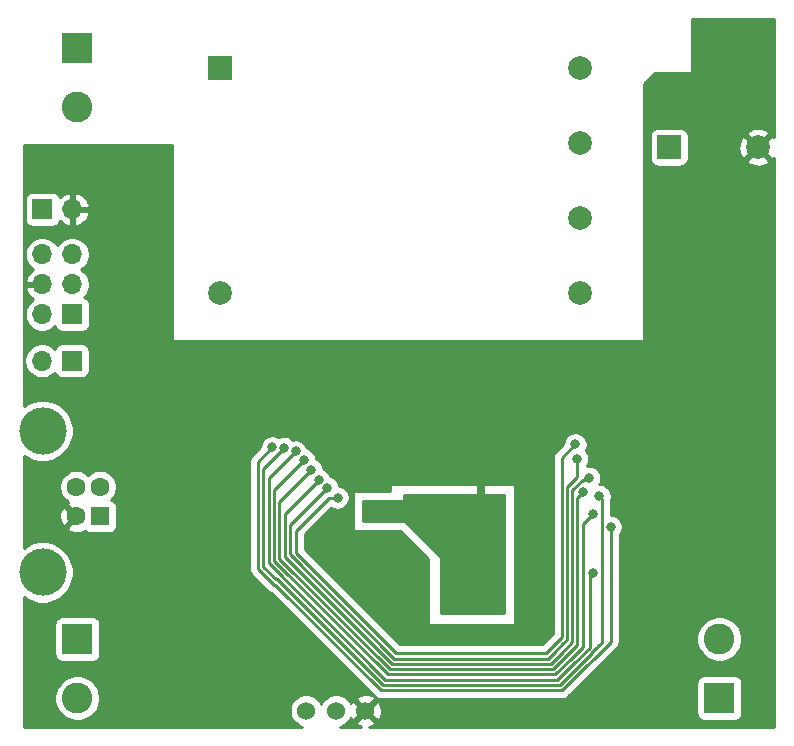
<source format=gbr>
%TF.GenerationSoftware,KiCad,Pcbnew,5.1.12-84ad8e8a86~92~ubuntu20.04.1*%
%TF.CreationDate,2021-12-25T03:04:52-06:00*%
%TF.ProjectId,Solder_Reflow_Oven_2.0,536f6c64-6572-45f5-9265-666c6f775f4f,rev?*%
%TF.SameCoordinates,Original*%
%TF.FileFunction,Copper,L2,Bot*%
%TF.FilePolarity,Positive*%
%FSLAX46Y46*%
G04 Gerber Fmt 4.6, Leading zero omitted, Abs format (unit mm)*
G04 Created by KiCad (PCBNEW 5.1.12-84ad8e8a86~92~ubuntu20.04.1) date 2021-12-25 03:04:52*
%MOMM*%
%LPD*%
G01*
G04 APERTURE LIST*
%TA.AperFunction,ComponentPad*%
%ADD10R,1.700000X1.700000*%
%TD*%
%TA.AperFunction,ComponentPad*%
%ADD11O,1.700000X1.700000*%
%TD*%
%TA.AperFunction,ComponentPad*%
%ADD12R,1.600000X1.600000*%
%TD*%
%TA.AperFunction,ComponentPad*%
%ADD13C,1.600000*%
%TD*%
%TA.AperFunction,ComponentPad*%
%ADD14C,4.000000*%
%TD*%
%TA.AperFunction,ComponentPad*%
%ADD15C,2.600000*%
%TD*%
%TA.AperFunction,ComponentPad*%
%ADD16R,2.600000X2.600000*%
%TD*%
%TA.AperFunction,ComponentPad*%
%ADD17R,2.000000X2.000000*%
%TD*%
%TA.AperFunction,ComponentPad*%
%ADD18C,2.000000*%
%TD*%
%TA.AperFunction,ComponentPad*%
%ADD19C,1.524000*%
%TD*%
%TA.AperFunction,ViaPad*%
%ADD20C,0.800000*%
%TD*%
%TA.AperFunction,Conductor*%
%ADD21C,0.250000*%
%TD*%
%TA.AperFunction,Conductor*%
%ADD22C,0.254000*%
%TD*%
%TA.AperFunction,Conductor*%
%ADD23C,0.100000*%
%TD*%
G04 APERTURE END LIST*
D10*
%TO.P,J8,1*%
%TO.N,USART1_TX*%
X44132500Y-103212900D03*
D11*
%TO.P,J8,2*%
%TO.N,USART1_RX*%
X41592500Y-103212900D03*
%TD*%
D12*
%TO.P,J2,1*%
%TO.N,VDD_5*%
X46494700Y-116382800D03*
D13*
%TO.P,J2,2*%
%TO.N,USB_CONN-*%
X46494700Y-113882800D03*
%TO.P,J2,3*%
%TO.N,USB_CONN+*%
X44494700Y-113882800D03*
%TO.P,J2,4*%
%TO.N,VSS*%
X44494700Y-116382800D03*
D14*
%TO.P,J2,5*%
%TO.N,Net-(J2-Pad5)*%
X41634700Y-109132800D03*
X41634700Y-121132800D03*
%TD*%
D15*
%TO.P,J1,2*%
%TO.N,VDD_10*%
X98933000Y-126762500D03*
D16*
%TO.P,J1,1*%
%TO.N,Net-(J1-Pad1)*%
X98933000Y-131762500D03*
%TD*%
%TO.P,J3,1*%
%TO.N,/T-*%
X44577000Y-126784100D03*
D15*
%TO.P,J3,2*%
%TO.N,/T+*%
X44577000Y-131784100D03*
%TD*%
D16*
%TO.P,J6,1*%
%TO.N,Net-(J6-Pad1)*%
X44538900Y-76720700D03*
D15*
%TO.P,J6,2*%
%TO.N,Net-(J6-Pad2)*%
X44538900Y-81720700D03*
%TD*%
D17*
%TO.P,U6,1*%
%TO.N,Net-(J6-Pad1)*%
X56654700Y-78460600D03*
D18*
%TO.P,U6,4*%
%TO.N,Net-(J6-Pad2)*%
X56654700Y-97510600D03*
%TO.P,U6,5*%
%TO.N,Net-(U5-Pad3)*%
X87134700Y-78460600D03*
%TO.P,U6,6*%
%TO.N,Net-(U5-Pad4)*%
X87134700Y-84810600D03*
%TO.P,U6,7*%
%TO.N,Net-(U6-Pad7)*%
X87134700Y-91160600D03*
%TO.P,U6,8*%
%TO.N,Net-(U6-Pad8)*%
X87134700Y-97510600D03*
%TD*%
D19*
%TO.P,U7,1*%
%TO.N,VDD_3.3*%
X63944500Y-132842000D03*
%TO.P,U7,2*%
%TO.N,Net-(D2-Pad2)*%
X66484500Y-132842000D03*
%TO.P,U7,3*%
%TO.N,VSS*%
X68961000Y-132842000D03*
%TD*%
D10*
%TO.P,J4,1*%
%TO.N,SPI1_MISO*%
X44145200Y-99288600D03*
D11*
%TO.P,J4,2*%
%TO.N,SPI1_MOSI*%
X41605200Y-99288600D03*
%TO.P,J4,3*%
%TO.N,SPI1_SCK*%
X44145200Y-96748600D03*
%TO.P,J4,4*%
%TO.N,VSS*%
X41605200Y-96748600D03*
%TO.P,J4,5*%
%TO.N,SPI_NSS*%
X44145200Y-94208600D03*
%TO.P,J4,6*%
%TO.N,VDD_3.3*%
X41605200Y-94208600D03*
%TD*%
D17*
%TO.P,C10,1*%
%TO.N,Net-(C10-Pad1)*%
X94691200Y-85140800D03*
D18*
%TO.P,C10,2*%
%TO.N,VSS*%
X102191200Y-85140800D03*
%TD*%
D10*
%TO.P,J5,1*%
%TO.N,VDD_3.3*%
X41630600Y-90385900D03*
D11*
%TO.P,J5,2*%
%TO.N,VSS*%
X44170600Y-90385900D03*
%TD*%
D20*
%TO.N,VSS*%
X98552000Y-75184000D03*
X93218000Y-119570500D03*
X93218000Y-118173500D03*
X93281500Y-116713000D03*
X93281500Y-115316000D03*
X54546500Y-116522500D03*
X55943500Y-116522500D03*
X58356500Y-130365500D03*
X64452500Y-106553000D03*
X64452500Y-104394000D03*
X73088500Y-111887000D03*
X79883000Y-115697000D03*
X76073000Y-123507500D03*
X76390500Y-113093500D03*
X76644500Y-110617000D03*
X83502500Y-106045000D03*
X83502500Y-111125000D03*
X70421500Y-104394000D03*
X70421500Y-106489500D03*
X69659500Y-124142500D03*
X71818500Y-124142500D03*
X51752500Y-113220500D03*
X49403000Y-119380000D03*
X64401700Y-126822200D03*
X71767700Y-126085600D03*
X76631800Y-132689600D03*
X97751900Y-95808800D03*
X94145100Y-100761800D03*
X87020400Y-104597200D03*
X93205300Y-111101000D03*
X93103700Y-113068100D03*
X93179900Y-120561100D03*
X93230700Y-121373900D03*
X102768400Y-110172500D03*
X46685200Y-96748600D03*
%TO.N,LEDA*%
X66611500Y-114808000D03*
X86741000Y-110299500D03*
%TO.N,LEDK*%
X65722500Y-113982500D03*
X86868000Y-111506000D03*
%TO.N,DC*%
X62103000Y-110617000D03*
X88773000Y-114681000D03*
%TO.N,TE*%
X63064526Y-110891721D03*
X88265000Y-121158000D03*
%TO.N,~RES*%
X65015392Y-113275392D03*
X87883290Y-113128006D03*
%TO.N,~CS*%
X64389000Y-112458500D03*
X87407795Y-114331795D03*
%TO.N,RS*%
X63754000Y-111633000D03*
X88201500Y-116205000D03*
%TO.N,SDA*%
X61087000Y-110553500D03*
X89725500Y-117284500D03*
%TD*%
D21*
%TO.N,LEDA*%
X71592802Y-127977430D02*
X84238160Y-127977430D01*
X63119000Y-119503628D02*
X71592802Y-127977430D01*
X63119000Y-117602000D02*
X63119000Y-119503628D01*
X65913000Y-114808000D02*
X63119000Y-117602000D01*
X66611500Y-114808000D02*
X65913000Y-114808000D01*
X84238160Y-127977430D02*
X84676545Y-127539045D01*
X85575960Y-111464540D02*
X86741000Y-110299500D01*
X85575960Y-126639630D02*
X85575960Y-111464540D01*
X84676545Y-127539045D02*
X85575960Y-126639630D01*
%TO.N,LEDK*%
X71406402Y-128427440D02*
X84424560Y-128427440D01*
X62580560Y-119601598D02*
X71406402Y-128427440D01*
X62580560Y-117124440D02*
X62580560Y-119601598D01*
X65722500Y-113982500D02*
X62580560Y-117124440D01*
X84899500Y-127952500D02*
X85725000Y-127127000D01*
X84424560Y-128427440D02*
X84899500Y-127952500D01*
X85725000Y-127127000D02*
X86025970Y-126826030D01*
X86868000Y-113070294D02*
X86868000Y-111506000D01*
X86025970Y-113912324D02*
X86868000Y-113070294D01*
X86025970Y-126826030D02*
X86025970Y-113912324D01*
%TO.N,DC*%
X70474402Y-130677490D02*
X85411600Y-130677490D01*
X61400400Y-121723990D02*
X61520903Y-121723991D01*
X61520903Y-121723991D02*
X70474402Y-130677490D01*
X60330510Y-120654100D02*
X61400400Y-121723990D01*
X60330510Y-112389490D02*
X60330510Y-120654100D01*
X62103000Y-110617000D02*
X60330510Y-112389490D01*
X88101002Y-127988088D02*
X88518295Y-127570795D01*
X87946795Y-128142295D02*
X88101002Y-127988088D01*
X85411600Y-130677490D02*
X87946795Y-128142295D01*
X88772295Y-127316795D02*
X87946795Y-128142295D01*
X89000499Y-127088591D02*
X88772295Y-127316795D01*
X89000499Y-114908499D02*
X89000499Y-127088591D01*
X88773000Y-114681000D02*
X89000499Y-114908499D01*
%TO.N,TE*%
X63064526Y-110891721D02*
X60780520Y-113175727D01*
X60780520Y-113175727D02*
X60780520Y-120347198D01*
X60780520Y-120347198D02*
X70660802Y-130227480D01*
X70660802Y-130227480D02*
X85225200Y-130227480D01*
X86644340Y-128808340D02*
X87947500Y-127505180D01*
X85225200Y-130227480D02*
X86644340Y-128808340D01*
X87947500Y-121475500D02*
X88265000Y-121158000D01*
X87947500Y-127505180D02*
X87947500Y-121475500D01*
%TO.N,~RES*%
X71220002Y-128877450D02*
X84666000Y-128877450D01*
X62130550Y-119787998D02*
X71220002Y-128877450D01*
X62130550Y-116160234D02*
X62130550Y-119787998D01*
X65015392Y-113275392D02*
X62130550Y-116160234D01*
X84666000Y-128877450D02*
X85530975Y-128012475D01*
X86475980Y-127067470D02*
X86475980Y-114190608D01*
X87355500Y-113311088D02*
X87404970Y-113311088D01*
X85530975Y-128012475D02*
X86475980Y-127067470D01*
X86475980Y-114190608D02*
X87355500Y-113311088D01*
X87700208Y-113311088D02*
X87883290Y-113128006D01*
X87355500Y-113311088D02*
X87700208Y-113311088D01*
%TO.N,~CS*%
X71033602Y-129327460D02*
X84852400Y-129327460D01*
X61680540Y-119974398D02*
X71033602Y-129327460D01*
X61680540Y-115166960D02*
X61680540Y-119974398D01*
X64389000Y-112458500D02*
X61680540Y-115166960D01*
X85944430Y-128235430D02*
X86925990Y-127253870D01*
X84852400Y-129327460D02*
X85944430Y-128235430D01*
X86925990Y-127253870D02*
X86925990Y-114813600D01*
X86925990Y-114813600D02*
X87407795Y-114331795D01*
%TO.N,RS*%
X63754000Y-111633000D02*
X61230530Y-114156470D01*
X61230530Y-114156470D02*
X61230530Y-120160798D01*
X61230530Y-120160798D02*
X70847202Y-129777470D01*
X70847202Y-129777470D02*
X85038800Y-129777470D01*
X86453135Y-128363135D02*
X87376000Y-127440270D01*
X85038800Y-129777470D02*
X86453135Y-128363135D01*
X87376000Y-117030500D02*
X88201500Y-116205000D01*
X87376000Y-127440270D02*
X87376000Y-117030500D01*
%TO.N,SDA*%
X61334502Y-122174000D02*
X70288002Y-131127500D01*
X70288002Y-131127500D02*
X85598000Y-131127500D01*
X61214000Y-122174000D02*
X61334502Y-122174000D01*
X59880500Y-120840500D02*
X61214000Y-122174000D01*
X59880500Y-111760000D02*
X59880500Y-120840500D01*
X61087000Y-110553500D02*
X59880500Y-111760000D01*
X85598000Y-131127500D02*
X87757000Y-128968500D01*
X87757000Y-128968500D02*
X88296750Y-128428750D01*
X88296750Y-128428750D02*
X88551011Y-128174489D01*
X88551011Y-128174489D02*
X89725500Y-127000000D01*
X89725500Y-127000000D02*
X89725500Y-117284500D01*
%TD*%
D22*
%TO.N,VSS*%
X103543500Y-84263547D02*
X103326613Y-84184992D01*
X102370805Y-85140800D01*
X103326613Y-86096608D01*
X103543500Y-86018053D01*
X103543501Y-134201300D01*
X69309634Y-134201300D01*
X69564023Y-134109636D01*
X69679980Y-134047656D01*
X69746960Y-133807565D01*
X68961000Y-133021605D01*
X68175040Y-133807565D01*
X68242020Y-134047656D01*
X68491048Y-134164756D01*
X68638337Y-134201300D01*
X66811623Y-134201300D01*
X66891990Y-134185314D01*
X67146227Y-134080005D01*
X67375035Y-133927120D01*
X67569620Y-133732535D01*
X67722505Y-133503727D01*
X67723482Y-133501369D01*
X67755344Y-133560980D01*
X67995435Y-133627960D01*
X68781395Y-132842000D01*
X69140605Y-132842000D01*
X69926565Y-133627960D01*
X70166656Y-133560980D01*
X70283756Y-133311952D01*
X70350023Y-133044865D01*
X70362910Y-132769983D01*
X70321922Y-132497867D01*
X70228636Y-132238977D01*
X70166656Y-132123020D01*
X69926565Y-132056040D01*
X69140605Y-132842000D01*
X68781395Y-132842000D01*
X67995435Y-132056040D01*
X67755344Y-132123020D01*
X67725276Y-132186963D01*
X67722505Y-132180273D01*
X67569620Y-131951465D01*
X67494590Y-131876435D01*
X68175040Y-131876435D01*
X68961000Y-132662395D01*
X69746960Y-131876435D01*
X69679980Y-131636344D01*
X69430952Y-131519244D01*
X69163865Y-131452977D01*
X68888983Y-131440090D01*
X68616867Y-131481078D01*
X68357977Y-131574364D01*
X68242020Y-131636344D01*
X68175040Y-131876435D01*
X67494590Y-131876435D01*
X67375035Y-131756880D01*
X67146227Y-131603995D01*
X66891990Y-131498686D01*
X66622092Y-131445000D01*
X66346908Y-131445000D01*
X66077010Y-131498686D01*
X65822773Y-131603995D01*
X65593965Y-131756880D01*
X65399380Y-131951465D01*
X65246495Y-132180273D01*
X65214500Y-132257515D01*
X65182505Y-132180273D01*
X65029620Y-131951465D01*
X64835035Y-131756880D01*
X64606227Y-131603995D01*
X64351990Y-131498686D01*
X64082092Y-131445000D01*
X63806908Y-131445000D01*
X63537010Y-131498686D01*
X63282773Y-131603995D01*
X63053965Y-131756880D01*
X62859380Y-131951465D01*
X62706495Y-132180273D01*
X62601186Y-132434510D01*
X62547500Y-132704408D01*
X62547500Y-132979592D01*
X62601186Y-133249490D01*
X62706495Y-133503727D01*
X62859380Y-133732535D01*
X63053965Y-133927120D01*
X63282773Y-134080005D01*
X63537010Y-134185314D01*
X63617377Y-134201300D01*
X40042700Y-134201300D01*
X40042700Y-131593519D01*
X42642000Y-131593519D01*
X42642000Y-131974681D01*
X42716361Y-132348519D01*
X42862225Y-132700666D01*
X43073987Y-133017591D01*
X43343509Y-133287113D01*
X43660434Y-133498875D01*
X44012581Y-133644739D01*
X44386419Y-133719100D01*
X44767581Y-133719100D01*
X45141419Y-133644739D01*
X45493566Y-133498875D01*
X45810491Y-133287113D01*
X46080013Y-133017591D01*
X46291775Y-132700666D01*
X46437639Y-132348519D01*
X46512000Y-131974681D01*
X46512000Y-131593519D01*
X46437639Y-131219681D01*
X46291775Y-130867534D01*
X46080013Y-130550609D01*
X45810491Y-130281087D01*
X45493566Y-130069325D01*
X45141419Y-129923461D01*
X44767581Y-129849100D01*
X44386419Y-129849100D01*
X44012581Y-129923461D01*
X43660434Y-130069325D01*
X43343509Y-130281087D01*
X43073987Y-130550609D01*
X42862225Y-130867534D01*
X42716361Y-131219681D01*
X42642000Y-131593519D01*
X40042700Y-131593519D01*
X40042700Y-125484100D01*
X42638928Y-125484100D01*
X42638928Y-128084100D01*
X42651188Y-128208582D01*
X42687498Y-128328280D01*
X42746463Y-128438594D01*
X42825815Y-128535285D01*
X42922506Y-128614637D01*
X43032820Y-128673602D01*
X43152518Y-128709912D01*
X43277000Y-128722172D01*
X45877000Y-128722172D01*
X46001482Y-128709912D01*
X46121180Y-128673602D01*
X46231494Y-128614637D01*
X46328185Y-128535285D01*
X46407537Y-128438594D01*
X46466502Y-128328280D01*
X46502812Y-128208582D01*
X46515072Y-128084100D01*
X46515072Y-125484100D01*
X46502812Y-125359618D01*
X46466502Y-125239920D01*
X46407537Y-125129606D01*
X46328185Y-125032915D01*
X46231494Y-124953563D01*
X46121180Y-124894598D01*
X46001482Y-124858288D01*
X45877000Y-124846028D01*
X43277000Y-124846028D01*
X43152518Y-124858288D01*
X43032820Y-124894598D01*
X42922506Y-124953563D01*
X42825815Y-125032915D01*
X42746463Y-125129606D01*
X42687498Y-125239920D01*
X42651188Y-125359618D01*
X42638928Y-125484100D01*
X40042700Y-125484100D01*
X40042700Y-123238147D01*
X40386559Y-123467907D01*
X40866099Y-123666539D01*
X41375175Y-123767800D01*
X41894225Y-123767800D01*
X42403301Y-123666539D01*
X42882841Y-123467907D01*
X43314415Y-123179538D01*
X43681438Y-122812515D01*
X43969807Y-122380941D01*
X44168439Y-121901401D01*
X44269700Y-121392325D01*
X44269700Y-120873275D01*
X44168439Y-120364199D01*
X43969807Y-119884659D01*
X43681438Y-119453085D01*
X43314415Y-119086062D01*
X42882841Y-118797693D01*
X42403301Y-118599061D01*
X41894225Y-118497800D01*
X41375175Y-118497800D01*
X40866099Y-118599061D01*
X40386559Y-118797693D01*
X40042700Y-119027453D01*
X40042700Y-116453312D01*
X43054483Y-116453312D01*
X43095913Y-116732930D01*
X43191097Y-116999092D01*
X43258029Y-117124314D01*
X43501998Y-117195897D01*
X44315095Y-116382800D01*
X43501998Y-115569703D01*
X43258029Y-115641286D01*
X43137129Y-115896796D01*
X43068400Y-116170984D01*
X43054483Y-116453312D01*
X40042700Y-116453312D01*
X40042700Y-113741465D01*
X43059700Y-113741465D01*
X43059700Y-114024135D01*
X43114847Y-114301374D01*
X43223020Y-114562527D01*
X43380063Y-114797559D01*
X43579941Y-114997437D01*
X43780569Y-115131492D01*
X43753186Y-115146129D01*
X43681603Y-115390098D01*
X44494700Y-116203195D01*
X44508843Y-116189053D01*
X44688448Y-116368658D01*
X44674305Y-116382800D01*
X44688448Y-116396943D01*
X44508843Y-116576548D01*
X44494700Y-116562405D01*
X43681603Y-117375502D01*
X43753186Y-117619471D01*
X44008696Y-117740371D01*
X44282884Y-117809100D01*
X44565212Y-117823017D01*
X44844830Y-117781587D01*
X45110992Y-117686403D01*
X45233009Y-117621184D01*
X45243515Y-117633985D01*
X45340206Y-117713337D01*
X45450520Y-117772302D01*
X45570218Y-117808612D01*
X45694700Y-117820872D01*
X47294700Y-117820872D01*
X47419182Y-117808612D01*
X47538880Y-117772302D01*
X47649194Y-117713337D01*
X47745885Y-117633985D01*
X47825237Y-117537294D01*
X47884202Y-117426980D01*
X47920512Y-117307282D01*
X47932772Y-117182800D01*
X47932772Y-115582800D01*
X47920512Y-115458318D01*
X47884202Y-115338620D01*
X47825237Y-115228306D01*
X47745885Y-115131615D01*
X47649194Y-115052263D01*
X47538880Y-114993298D01*
X47442757Y-114964139D01*
X47609337Y-114797559D01*
X47766380Y-114562527D01*
X47874553Y-114301374D01*
X47929700Y-114024135D01*
X47929700Y-113741465D01*
X47874553Y-113464226D01*
X47766380Y-113203073D01*
X47609337Y-112968041D01*
X47409459Y-112768163D01*
X47174427Y-112611120D01*
X46913274Y-112502947D01*
X46636035Y-112447800D01*
X46353365Y-112447800D01*
X46076126Y-112502947D01*
X45814973Y-112611120D01*
X45579941Y-112768163D01*
X45494700Y-112853404D01*
X45409459Y-112768163D01*
X45174427Y-112611120D01*
X44913274Y-112502947D01*
X44636035Y-112447800D01*
X44353365Y-112447800D01*
X44076126Y-112502947D01*
X43814973Y-112611120D01*
X43579941Y-112768163D01*
X43380063Y-112968041D01*
X43223020Y-113203073D01*
X43114847Y-113464226D01*
X43059700Y-113741465D01*
X40042700Y-113741465D01*
X40042700Y-111238147D01*
X40386559Y-111467907D01*
X40866099Y-111666539D01*
X41375175Y-111767800D01*
X41894225Y-111767800D01*
X41933438Y-111760000D01*
X59116824Y-111760000D01*
X59120500Y-111797322D01*
X59120501Y-120803168D01*
X59116824Y-120840500D01*
X59120501Y-120877833D01*
X59131498Y-120989486D01*
X59140283Y-121018448D01*
X59174954Y-121132746D01*
X59245526Y-121264776D01*
X59316701Y-121351502D01*
X59340500Y-121380501D01*
X59369498Y-121404299D01*
X60650200Y-122685002D01*
X60673999Y-122714001D01*
X60789724Y-122808974D01*
X60921753Y-122879546D01*
X60984185Y-122898484D01*
X69724203Y-131638503D01*
X69748001Y-131667501D01*
X69776999Y-131691299D01*
X69863725Y-131762474D01*
X69995755Y-131833046D01*
X70139016Y-131876503D01*
X70250669Y-131887500D01*
X70250678Y-131887500D01*
X70288001Y-131891176D01*
X70325324Y-131887500D01*
X85560678Y-131887500D01*
X85598000Y-131891176D01*
X85635322Y-131887500D01*
X85635333Y-131887500D01*
X85746986Y-131876503D01*
X85890247Y-131833046D01*
X86022276Y-131762474D01*
X86138001Y-131667501D01*
X86161804Y-131638497D01*
X87337801Y-130462500D01*
X96994928Y-130462500D01*
X96994928Y-133062500D01*
X97007188Y-133186982D01*
X97043498Y-133306680D01*
X97102463Y-133416994D01*
X97181815Y-133513685D01*
X97278506Y-133593037D01*
X97388820Y-133652002D01*
X97508518Y-133688312D01*
X97633000Y-133700572D01*
X100233000Y-133700572D01*
X100357482Y-133688312D01*
X100477180Y-133652002D01*
X100587494Y-133593037D01*
X100684185Y-133513685D01*
X100763537Y-133416994D01*
X100822502Y-133306680D01*
X100858812Y-133186982D01*
X100871072Y-133062500D01*
X100871072Y-130462500D01*
X100858812Y-130338018D01*
X100822502Y-130218320D01*
X100763537Y-130108006D01*
X100684185Y-130011315D01*
X100587494Y-129931963D01*
X100477180Y-129872998D01*
X100357482Y-129836688D01*
X100233000Y-129824428D01*
X97633000Y-129824428D01*
X97508518Y-129836688D01*
X97388820Y-129872998D01*
X97278506Y-129931963D01*
X97181815Y-130011315D01*
X97102463Y-130108006D01*
X97043498Y-130218320D01*
X97007188Y-130338018D01*
X96994928Y-130462500D01*
X87337801Y-130462500D01*
X88320799Y-129479503D01*
X88320803Y-129479498D01*
X88860549Y-128939753D01*
X88860554Y-128939747D01*
X89114810Y-128685491D01*
X90236504Y-127563798D01*
X90265501Y-127540001D01*
X90360474Y-127424276D01*
X90431046Y-127292247D01*
X90474503Y-127148986D01*
X90485500Y-127037333D01*
X90485500Y-127037324D01*
X90489176Y-127000001D01*
X90485500Y-126962678D01*
X90485500Y-126571919D01*
X96998000Y-126571919D01*
X96998000Y-126953081D01*
X97072361Y-127326919D01*
X97218225Y-127679066D01*
X97429987Y-127995991D01*
X97699509Y-128265513D01*
X98016434Y-128477275D01*
X98368581Y-128623139D01*
X98742419Y-128697500D01*
X99123581Y-128697500D01*
X99497419Y-128623139D01*
X99849566Y-128477275D01*
X100166491Y-128265513D01*
X100436013Y-127995991D01*
X100647775Y-127679066D01*
X100793639Y-127326919D01*
X100868000Y-126953081D01*
X100868000Y-126571919D01*
X100793639Y-126198081D01*
X100647775Y-125845934D01*
X100436013Y-125529009D01*
X100166491Y-125259487D01*
X99849566Y-125047725D01*
X99497419Y-124901861D01*
X99123581Y-124827500D01*
X98742419Y-124827500D01*
X98368581Y-124901861D01*
X98016434Y-125047725D01*
X97699509Y-125259487D01*
X97429987Y-125529009D01*
X97218225Y-125845934D01*
X97072361Y-126198081D01*
X96998000Y-126571919D01*
X90485500Y-126571919D01*
X90485500Y-117988211D01*
X90529437Y-117944274D01*
X90642705Y-117774756D01*
X90720726Y-117586398D01*
X90760500Y-117386439D01*
X90760500Y-117182561D01*
X90720726Y-116982602D01*
X90642705Y-116794244D01*
X90529437Y-116624726D01*
X90385274Y-116480563D01*
X90215756Y-116367295D01*
X90027398Y-116289274D01*
X89827439Y-116249500D01*
X89760499Y-116249500D01*
X89760499Y-115001552D01*
X89768226Y-114982898D01*
X89808000Y-114782939D01*
X89808000Y-114579061D01*
X89768226Y-114379102D01*
X89690205Y-114190744D01*
X89576937Y-114021226D01*
X89432774Y-113877063D01*
X89263256Y-113763795D01*
X89074898Y-113685774D01*
X88874939Y-113646000D01*
X88781961Y-113646000D01*
X88800495Y-113618262D01*
X88878516Y-113429904D01*
X88918290Y-113229945D01*
X88918290Y-113026067D01*
X88878516Y-112826108D01*
X88800495Y-112637750D01*
X88687227Y-112468232D01*
X88543064Y-112324069D01*
X88373546Y-112210801D01*
X88185188Y-112132780D01*
X87985229Y-112093006D01*
X87781351Y-112093006D01*
X87711241Y-112106952D01*
X87785205Y-111996256D01*
X87863226Y-111807898D01*
X87903000Y-111607939D01*
X87903000Y-111404061D01*
X87863226Y-111204102D01*
X87785205Y-111015744D01*
X87671937Y-110846226D01*
X87641087Y-110815376D01*
X87658205Y-110789756D01*
X87736226Y-110601398D01*
X87776000Y-110401439D01*
X87776000Y-110197561D01*
X87736226Y-109997602D01*
X87658205Y-109809244D01*
X87544937Y-109639726D01*
X87400774Y-109495563D01*
X87231256Y-109382295D01*
X87042898Y-109304274D01*
X86842939Y-109264500D01*
X86639061Y-109264500D01*
X86439102Y-109304274D01*
X86250744Y-109382295D01*
X86081226Y-109495563D01*
X85937063Y-109639726D01*
X85823795Y-109809244D01*
X85745774Y-109997602D01*
X85706000Y-110197561D01*
X85706000Y-110259698D01*
X85064958Y-110900741D01*
X85035960Y-110924539D01*
X85012162Y-110953537D01*
X85012161Y-110953538D01*
X84940986Y-111040264D01*
X84870414Y-111172294D01*
X84847147Y-111248998D01*
X84826958Y-111315554D01*
X84822833Y-111357437D01*
X84812284Y-111464540D01*
X84815961Y-111501873D01*
X84815960Y-126324828D01*
X84165543Y-126975246D01*
X83923359Y-127217430D01*
X71907604Y-127217430D01*
X63879000Y-119188827D01*
X63879000Y-117916801D01*
X66090883Y-115704919D01*
X66121244Y-115725205D01*
X66309602Y-115803226D01*
X66509561Y-115843000D01*
X66713439Y-115843000D01*
X66913398Y-115803226D01*
X67101756Y-115725205D01*
X67271274Y-115611937D01*
X67415437Y-115467774D01*
X67528705Y-115298256D01*
X67606726Y-115109898D01*
X67646500Y-114909939D01*
X67646500Y-114706061D01*
X67606726Y-114506102D01*
X67547658Y-114363500D01*
X67945000Y-114363500D01*
X67945000Y-117538500D01*
X67947440Y-117563276D01*
X67954667Y-117587101D01*
X67966403Y-117609057D01*
X67982197Y-117628303D01*
X68001443Y-117644097D01*
X68023399Y-117655833D01*
X68047224Y-117663060D01*
X68072000Y-117665500D01*
X71892894Y-117665500D01*
X74231500Y-120004106D01*
X74231500Y-125476000D01*
X74233940Y-125500776D01*
X74241167Y-125524601D01*
X74252903Y-125546557D01*
X74268697Y-125565803D01*
X74287943Y-125581597D01*
X74309899Y-125593333D01*
X74333724Y-125600560D01*
X74358500Y-125603000D01*
X81470500Y-125603000D01*
X81495276Y-125600560D01*
X81519101Y-125593333D01*
X81541057Y-125581597D01*
X81560303Y-125565803D01*
X81576097Y-125546557D01*
X81587833Y-125524601D01*
X81595060Y-125500776D01*
X81597500Y-125476000D01*
X81597500Y-113792000D01*
X81595060Y-113767224D01*
X81587833Y-113743399D01*
X81576097Y-113721443D01*
X81560303Y-113702197D01*
X81541057Y-113686403D01*
X81519101Y-113674667D01*
X81495276Y-113667440D01*
X81470500Y-113665000D01*
X79057500Y-113665000D01*
X79032724Y-113667440D01*
X79008899Y-113674667D01*
X78986943Y-113686403D01*
X78967697Y-113702197D01*
X78951903Y-113721443D01*
X78940167Y-113743399D01*
X78932940Y-113767224D01*
X78930500Y-113792000D01*
X78930500Y-114490500D01*
X78932940Y-114515276D01*
X78940167Y-114539101D01*
X78951903Y-114561057D01*
X78967697Y-114580303D01*
X78986943Y-114596097D01*
X79008899Y-114607833D01*
X79032724Y-114615060D01*
X79057500Y-114617500D01*
X80708500Y-114617500D01*
X80708500Y-124587000D01*
X75374500Y-124587000D01*
X75374500Y-119951500D01*
X75372060Y-119926724D01*
X75364833Y-119902899D01*
X75353097Y-119880943D01*
X75337303Y-119861697D01*
X72289303Y-116813697D01*
X72270057Y-116797903D01*
X72248101Y-116786167D01*
X72224276Y-116778940D01*
X72199500Y-116776500D01*
X68770500Y-116776500D01*
X68770500Y-115062000D01*
X72072500Y-115062000D01*
X72097276Y-115059560D01*
X72121101Y-115052333D01*
X72143057Y-115040597D01*
X72162303Y-115024803D01*
X72178097Y-115005557D01*
X72189833Y-114983601D01*
X72197060Y-114959776D01*
X72199500Y-114935000D01*
X72199500Y-114617500D01*
X78359000Y-114617500D01*
X78383776Y-114615060D01*
X78407601Y-114607833D01*
X78429557Y-114596097D01*
X78448803Y-114580303D01*
X78464597Y-114561057D01*
X78476333Y-114539101D01*
X78483560Y-114515276D01*
X78486000Y-114490500D01*
X78486000Y-113792000D01*
X78483560Y-113767224D01*
X78476333Y-113743399D01*
X78464597Y-113721443D01*
X78448803Y-113702197D01*
X78429557Y-113686403D01*
X78407601Y-113674667D01*
X78383776Y-113667440D01*
X78359000Y-113665000D01*
X71183500Y-113665000D01*
X71158724Y-113667440D01*
X71134899Y-113674667D01*
X71112943Y-113686403D01*
X71093697Y-113702197D01*
X71077903Y-113721443D01*
X71066167Y-113743399D01*
X71058940Y-113767224D01*
X71056500Y-113792000D01*
X71056500Y-114236500D01*
X68072000Y-114236500D01*
X68047224Y-114238940D01*
X68023399Y-114246167D01*
X68001443Y-114257903D01*
X67982197Y-114273697D01*
X67966403Y-114292943D01*
X67954667Y-114314899D01*
X67947440Y-114338724D01*
X67945000Y-114363500D01*
X67547658Y-114363500D01*
X67528705Y-114317744D01*
X67415437Y-114148226D01*
X67271274Y-114004063D01*
X67101756Y-113890795D01*
X66913398Y-113812774D01*
X66737039Y-113777694D01*
X66717726Y-113680602D01*
X66639705Y-113492244D01*
X66526437Y-113322726D01*
X66382274Y-113178563D01*
X66212756Y-113065295D01*
X66024398Y-112987274D01*
X66012904Y-112984988D01*
X66010618Y-112973494D01*
X65932597Y-112785136D01*
X65819329Y-112615618D01*
X65675166Y-112471455D01*
X65505648Y-112358187D01*
X65417021Y-112321476D01*
X65384226Y-112156602D01*
X65306205Y-111968244D01*
X65192937Y-111798726D01*
X65048774Y-111654563D01*
X64879256Y-111541295D01*
X64783114Y-111501472D01*
X64749226Y-111331102D01*
X64671205Y-111142744D01*
X64557937Y-110973226D01*
X64413774Y-110829063D01*
X64244256Y-110715795D01*
X64070492Y-110643819D01*
X64059752Y-110589823D01*
X63981731Y-110401465D01*
X63868463Y-110231947D01*
X63724300Y-110087784D01*
X63554782Y-109974516D01*
X63366424Y-109896495D01*
X63166465Y-109856721D01*
X62962587Y-109856721D01*
X62832340Y-109882629D01*
X62762774Y-109813063D01*
X62593256Y-109699795D01*
X62404898Y-109621774D01*
X62204939Y-109582000D01*
X62001061Y-109582000D01*
X61801102Y-109621774D01*
X61649503Y-109684569D01*
X61577256Y-109636295D01*
X61388898Y-109558274D01*
X61188939Y-109518500D01*
X60985061Y-109518500D01*
X60785102Y-109558274D01*
X60596744Y-109636295D01*
X60427226Y-109749563D01*
X60283063Y-109893726D01*
X60169795Y-110063244D01*
X60091774Y-110251602D01*
X60052000Y-110451561D01*
X60052000Y-110513698D01*
X59369503Y-111196196D01*
X59340499Y-111219999D01*
X59285371Y-111287174D01*
X59245526Y-111335724D01*
X59196627Y-111427207D01*
X59174954Y-111467754D01*
X59131497Y-111611015D01*
X59120500Y-111722668D01*
X59120500Y-111722678D01*
X59116824Y-111760000D01*
X41933438Y-111760000D01*
X42403301Y-111666539D01*
X42882841Y-111467907D01*
X43314415Y-111179538D01*
X43681438Y-110812515D01*
X43969807Y-110380941D01*
X44168439Y-109901401D01*
X44269700Y-109392325D01*
X44269700Y-108873275D01*
X44168439Y-108364199D01*
X43969807Y-107884659D01*
X43681438Y-107453085D01*
X43314415Y-107086062D01*
X42882841Y-106797693D01*
X42403301Y-106599061D01*
X41894225Y-106497800D01*
X41375175Y-106497800D01*
X40866099Y-106599061D01*
X40386559Y-106797693D01*
X40042700Y-107027453D01*
X40042700Y-103066640D01*
X40107500Y-103066640D01*
X40107500Y-103359160D01*
X40164568Y-103646058D01*
X40276510Y-103916311D01*
X40439025Y-104159532D01*
X40645868Y-104366375D01*
X40889089Y-104528890D01*
X41159342Y-104640832D01*
X41446240Y-104697900D01*
X41738760Y-104697900D01*
X42025658Y-104640832D01*
X42295911Y-104528890D01*
X42539132Y-104366375D01*
X42670987Y-104234520D01*
X42692998Y-104307080D01*
X42751963Y-104417394D01*
X42831315Y-104514085D01*
X42928006Y-104593437D01*
X43038320Y-104652402D01*
X43158018Y-104688712D01*
X43282500Y-104700972D01*
X44982500Y-104700972D01*
X45106982Y-104688712D01*
X45226680Y-104652402D01*
X45336994Y-104593437D01*
X45433685Y-104514085D01*
X45513037Y-104417394D01*
X45572002Y-104307080D01*
X45608312Y-104187382D01*
X45620572Y-104062900D01*
X45620572Y-102362900D01*
X45608312Y-102238418D01*
X45572002Y-102118720D01*
X45513037Y-102008406D01*
X45433685Y-101911715D01*
X45336994Y-101832363D01*
X45226680Y-101773398D01*
X45106982Y-101737088D01*
X44982500Y-101724828D01*
X43282500Y-101724828D01*
X43158018Y-101737088D01*
X43038320Y-101773398D01*
X42928006Y-101832363D01*
X42831315Y-101911715D01*
X42751963Y-102008406D01*
X42692998Y-102118720D01*
X42670987Y-102191280D01*
X42539132Y-102059425D01*
X42295911Y-101896910D01*
X42025658Y-101784968D01*
X41738760Y-101727900D01*
X41446240Y-101727900D01*
X41159342Y-101784968D01*
X40889089Y-101896910D01*
X40645868Y-102059425D01*
X40439025Y-102266268D01*
X40276510Y-102509489D01*
X40164568Y-102779742D01*
X40107500Y-103066640D01*
X40042700Y-103066640D01*
X40042700Y-94062340D01*
X40120200Y-94062340D01*
X40120200Y-94354860D01*
X40177268Y-94641758D01*
X40289210Y-94912011D01*
X40451725Y-95155232D01*
X40658568Y-95362075D01*
X40840734Y-95483795D01*
X40723845Y-95553422D01*
X40507612Y-95748331D01*
X40333559Y-95981680D01*
X40208375Y-96244501D01*
X40163724Y-96391710D01*
X40285045Y-96621600D01*
X41478200Y-96621600D01*
X41478200Y-96601600D01*
X41732200Y-96601600D01*
X41732200Y-96621600D01*
X41752200Y-96621600D01*
X41752200Y-96875600D01*
X41732200Y-96875600D01*
X41732200Y-96895600D01*
X41478200Y-96895600D01*
X41478200Y-96875600D01*
X40285045Y-96875600D01*
X40163724Y-97105490D01*
X40208375Y-97252699D01*
X40333559Y-97515520D01*
X40507612Y-97748869D01*
X40723845Y-97943778D01*
X40840734Y-98013405D01*
X40658568Y-98135125D01*
X40451725Y-98341968D01*
X40289210Y-98585189D01*
X40177268Y-98855442D01*
X40120200Y-99142340D01*
X40120200Y-99434860D01*
X40177268Y-99721758D01*
X40289210Y-99992011D01*
X40451725Y-100235232D01*
X40658568Y-100442075D01*
X40901789Y-100604590D01*
X41172042Y-100716532D01*
X41458940Y-100773600D01*
X41751460Y-100773600D01*
X42038358Y-100716532D01*
X42308611Y-100604590D01*
X42551832Y-100442075D01*
X42683687Y-100310220D01*
X42705698Y-100382780D01*
X42764663Y-100493094D01*
X42844015Y-100589785D01*
X42940706Y-100669137D01*
X43051020Y-100728102D01*
X43170718Y-100764412D01*
X43295200Y-100776672D01*
X44995200Y-100776672D01*
X45119682Y-100764412D01*
X45239380Y-100728102D01*
X45349694Y-100669137D01*
X45446385Y-100589785D01*
X45525737Y-100493094D01*
X45584702Y-100382780D01*
X45621012Y-100263082D01*
X45633272Y-100138600D01*
X45633272Y-98438600D01*
X45621012Y-98314118D01*
X45584702Y-98194420D01*
X45525737Y-98084106D01*
X45446385Y-97987415D01*
X45349694Y-97908063D01*
X45239380Y-97849098D01*
X45166820Y-97827087D01*
X45298675Y-97695232D01*
X45461190Y-97452011D01*
X45573132Y-97181758D01*
X45630200Y-96894860D01*
X45630200Y-96602340D01*
X45573132Y-96315442D01*
X45461190Y-96045189D01*
X45298675Y-95801968D01*
X45091832Y-95595125D01*
X44917440Y-95478600D01*
X45091832Y-95362075D01*
X45298675Y-95155232D01*
X45461190Y-94912011D01*
X45573132Y-94641758D01*
X45630200Y-94354860D01*
X45630200Y-94062340D01*
X45573132Y-93775442D01*
X45461190Y-93505189D01*
X45298675Y-93261968D01*
X45091832Y-93055125D01*
X44848611Y-92892610D01*
X44578358Y-92780668D01*
X44291460Y-92723600D01*
X43998940Y-92723600D01*
X43712042Y-92780668D01*
X43441789Y-92892610D01*
X43198568Y-93055125D01*
X42991725Y-93261968D01*
X42875200Y-93436360D01*
X42758675Y-93261968D01*
X42551832Y-93055125D01*
X42308611Y-92892610D01*
X42038358Y-92780668D01*
X41751460Y-92723600D01*
X41458940Y-92723600D01*
X41172042Y-92780668D01*
X40901789Y-92892610D01*
X40658568Y-93055125D01*
X40451725Y-93261968D01*
X40289210Y-93505189D01*
X40177268Y-93775442D01*
X40120200Y-94062340D01*
X40042700Y-94062340D01*
X40042700Y-89535900D01*
X40142528Y-89535900D01*
X40142528Y-91235900D01*
X40154788Y-91360382D01*
X40191098Y-91480080D01*
X40250063Y-91590394D01*
X40329415Y-91687085D01*
X40426106Y-91766437D01*
X40536420Y-91825402D01*
X40656118Y-91861712D01*
X40780600Y-91873972D01*
X42480600Y-91873972D01*
X42605082Y-91861712D01*
X42724780Y-91825402D01*
X42835094Y-91766437D01*
X42931785Y-91687085D01*
X43011137Y-91590394D01*
X43070102Y-91480080D01*
X43094566Y-91399434D01*
X43170331Y-91483488D01*
X43403680Y-91657541D01*
X43666501Y-91782725D01*
X43813710Y-91827376D01*
X44043600Y-91706055D01*
X44043600Y-90512900D01*
X44297600Y-90512900D01*
X44297600Y-91706055D01*
X44527490Y-91827376D01*
X44674699Y-91782725D01*
X44937520Y-91657541D01*
X45170869Y-91483488D01*
X45365778Y-91267255D01*
X45514757Y-91017152D01*
X45612081Y-90742791D01*
X45491414Y-90512900D01*
X44297600Y-90512900D01*
X44043600Y-90512900D01*
X44023600Y-90512900D01*
X44023600Y-90258900D01*
X44043600Y-90258900D01*
X44043600Y-89065745D01*
X44297600Y-89065745D01*
X44297600Y-90258900D01*
X45491414Y-90258900D01*
X45612081Y-90029009D01*
X45514757Y-89754648D01*
X45365778Y-89504545D01*
X45170869Y-89288312D01*
X44937520Y-89114259D01*
X44674699Y-88989075D01*
X44527490Y-88944424D01*
X44297600Y-89065745D01*
X44043600Y-89065745D01*
X43813710Y-88944424D01*
X43666501Y-88989075D01*
X43403680Y-89114259D01*
X43170331Y-89288312D01*
X43094566Y-89372366D01*
X43070102Y-89291720D01*
X43011137Y-89181406D01*
X42931785Y-89084715D01*
X42835094Y-89005363D01*
X42724780Y-88946398D01*
X42605082Y-88910088D01*
X42480600Y-88897828D01*
X40780600Y-88897828D01*
X40656118Y-88910088D01*
X40536420Y-88946398D01*
X40426106Y-89005363D01*
X40329415Y-89084715D01*
X40250063Y-89181406D01*
X40191098Y-89291720D01*
X40154788Y-89411418D01*
X40142528Y-89535900D01*
X40042700Y-89535900D01*
X40042700Y-84950300D01*
X52594304Y-84950300D01*
X52594304Y-101422200D01*
X52596744Y-101446976D01*
X52603971Y-101470801D01*
X52615707Y-101492757D01*
X52631501Y-101512003D01*
X52650747Y-101527797D01*
X52672703Y-101539533D01*
X52696528Y-101546760D01*
X52721304Y-101549200D01*
X92456000Y-101549200D01*
X92480776Y-101546760D01*
X92504601Y-101539533D01*
X92526557Y-101527797D01*
X92545803Y-101512003D01*
X92561597Y-101492757D01*
X92573333Y-101470801D01*
X92580560Y-101446976D01*
X92583000Y-101422200D01*
X92583000Y-84140800D01*
X93053128Y-84140800D01*
X93053128Y-86140800D01*
X93065388Y-86265282D01*
X93101698Y-86384980D01*
X93160663Y-86495294D01*
X93240015Y-86591985D01*
X93336706Y-86671337D01*
X93447020Y-86730302D01*
X93566718Y-86766612D01*
X93691200Y-86778872D01*
X95691200Y-86778872D01*
X95815682Y-86766612D01*
X95935380Y-86730302D01*
X96045694Y-86671337D01*
X96142385Y-86591985D01*
X96221737Y-86495294D01*
X96280702Y-86384980D01*
X96313696Y-86276213D01*
X101235392Y-86276213D01*
X101331156Y-86540614D01*
X101620771Y-86681504D01*
X101932308Y-86763184D01*
X102253795Y-86782518D01*
X102572875Y-86738761D01*
X102877288Y-86633595D01*
X103051244Y-86540614D01*
X103147008Y-86276213D01*
X102191200Y-85320405D01*
X101235392Y-86276213D01*
X96313696Y-86276213D01*
X96317012Y-86265282D01*
X96329272Y-86140800D01*
X96329272Y-85203395D01*
X100549482Y-85203395D01*
X100593239Y-85522475D01*
X100698405Y-85826888D01*
X100791386Y-86000844D01*
X101055787Y-86096608D01*
X102011595Y-85140800D01*
X101055787Y-84184992D01*
X100791386Y-84280756D01*
X100650496Y-84570371D01*
X100568816Y-84881908D01*
X100549482Y-85203395D01*
X96329272Y-85203395D01*
X96329272Y-84140800D01*
X96317012Y-84016318D01*
X96313697Y-84005387D01*
X101235392Y-84005387D01*
X102191200Y-84961195D01*
X103147008Y-84005387D01*
X103051244Y-83740986D01*
X102761629Y-83600096D01*
X102450092Y-83518416D01*
X102128605Y-83499082D01*
X101809525Y-83542839D01*
X101505112Y-83648005D01*
X101331156Y-83740986D01*
X101235392Y-84005387D01*
X96313697Y-84005387D01*
X96280702Y-83896620D01*
X96221737Y-83786306D01*
X96142385Y-83689615D01*
X96045694Y-83610263D01*
X95935380Y-83551298D01*
X95815682Y-83514988D01*
X95691200Y-83502728D01*
X93691200Y-83502728D01*
X93566718Y-83514988D01*
X93447020Y-83551298D01*
X93336706Y-83610263D01*
X93240015Y-83689615D01*
X93160663Y-83786306D01*
X93101698Y-83896620D01*
X93065388Y-84016318D01*
X93053128Y-84140800D01*
X92583000Y-84140800D01*
X92583000Y-79808606D01*
X93524606Y-78867000D01*
X96520000Y-78867000D01*
X96544776Y-78864560D01*
X96568601Y-78857333D01*
X96590557Y-78845597D01*
X96609803Y-78829803D01*
X96625597Y-78810557D01*
X96637333Y-78788601D01*
X96644560Y-78764776D01*
X96647000Y-78740000D01*
X96647000Y-74320000D01*
X103543500Y-74320000D01*
X103543500Y-84263547D01*
%TA.AperFunction,Conductor*%
D23*
G36*
X103543500Y-84263547D02*
G01*
X103326613Y-84184992D01*
X102370805Y-85140800D01*
X103326613Y-86096608D01*
X103543500Y-86018053D01*
X103543501Y-134201300D01*
X69309634Y-134201300D01*
X69564023Y-134109636D01*
X69679980Y-134047656D01*
X69746960Y-133807565D01*
X68961000Y-133021605D01*
X68175040Y-133807565D01*
X68242020Y-134047656D01*
X68491048Y-134164756D01*
X68638337Y-134201300D01*
X66811623Y-134201300D01*
X66891990Y-134185314D01*
X67146227Y-134080005D01*
X67375035Y-133927120D01*
X67569620Y-133732535D01*
X67722505Y-133503727D01*
X67723482Y-133501369D01*
X67755344Y-133560980D01*
X67995435Y-133627960D01*
X68781395Y-132842000D01*
X69140605Y-132842000D01*
X69926565Y-133627960D01*
X70166656Y-133560980D01*
X70283756Y-133311952D01*
X70350023Y-133044865D01*
X70362910Y-132769983D01*
X70321922Y-132497867D01*
X70228636Y-132238977D01*
X70166656Y-132123020D01*
X69926565Y-132056040D01*
X69140605Y-132842000D01*
X68781395Y-132842000D01*
X67995435Y-132056040D01*
X67755344Y-132123020D01*
X67725276Y-132186963D01*
X67722505Y-132180273D01*
X67569620Y-131951465D01*
X67494590Y-131876435D01*
X68175040Y-131876435D01*
X68961000Y-132662395D01*
X69746960Y-131876435D01*
X69679980Y-131636344D01*
X69430952Y-131519244D01*
X69163865Y-131452977D01*
X68888983Y-131440090D01*
X68616867Y-131481078D01*
X68357977Y-131574364D01*
X68242020Y-131636344D01*
X68175040Y-131876435D01*
X67494590Y-131876435D01*
X67375035Y-131756880D01*
X67146227Y-131603995D01*
X66891990Y-131498686D01*
X66622092Y-131445000D01*
X66346908Y-131445000D01*
X66077010Y-131498686D01*
X65822773Y-131603995D01*
X65593965Y-131756880D01*
X65399380Y-131951465D01*
X65246495Y-132180273D01*
X65214500Y-132257515D01*
X65182505Y-132180273D01*
X65029620Y-131951465D01*
X64835035Y-131756880D01*
X64606227Y-131603995D01*
X64351990Y-131498686D01*
X64082092Y-131445000D01*
X63806908Y-131445000D01*
X63537010Y-131498686D01*
X63282773Y-131603995D01*
X63053965Y-131756880D01*
X62859380Y-131951465D01*
X62706495Y-132180273D01*
X62601186Y-132434510D01*
X62547500Y-132704408D01*
X62547500Y-132979592D01*
X62601186Y-133249490D01*
X62706495Y-133503727D01*
X62859380Y-133732535D01*
X63053965Y-133927120D01*
X63282773Y-134080005D01*
X63537010Y-134185314D01*
X63617377Y-134201300D01*
X40042700Y-134201300D01*
X40042700Y-131593519D01*
X42642000Y-131593519D01*
X42642000Y-131974681D01*
X42716361Y-132348519D01*
X42862225Y-132700666D01*
X43073987Y-133017591D01*
X43343509Y-133287113D01*
X43660434Y-133498875D01*
X44012581Y-133644739D01*
X44386419Y-133719100D01*
X44767581Y-133719100D01*
X45141419Y-133644739D01*
X45493566Y-133498875D01*
X45810491Y-133287113D01*
X46080013Y-133017591D01*
X46291775Y-132700666D01*
X46437639Y-132348519D01*
X46512000Y-131974681D01*
X46512000Y-131593519D01*
X46437639Y-131219681D01*
X46291775Y-130867534D01*
X46080013Y-130550609D01*
X45810491Y-130281087D01*
X45493566Y-130069325D01*
X45141419Y-129923461D01*
X44767581Y-129849100D01*
X44386419Y-129849100D01*
X44012581Y-129923461D01*
X43660434Y-130069325D01*
X43343509Y-130281087D01*
X43073987Y-130550609D01*
X42862225Y-130867534D01*
X42716361Y-131219681D01*
X42642000Y-131593519D01*
X40042700Y-131593519D01*
X40042700Y-125484100D01*
X42638928Y-125484100D01*
X42638928Y-128084100D01*
X42651188Y-128208582D01*
X42687498Y-128328280D01*
X42746463Y-128438594D01*
X42825815Y-128535285D01*
X42922506Y-128614637D01*
X43032820Y-128673602D01*
X43152518Y-128709912D01*
X43277000Y-128722172D01*
X45877000Y-128722172D01*
X46001482Y-128709912D01*
X46121180Y-128673602D01*
X46231494Y-128614637D01*
X46328185Y-128535285D01*
X46407537Y-128438594D01*
X46466502Y-128328280D01*
X46502812Y-128208582D01*
X46515072Y-128084100D01*
X46515072Y-125484100D01*
X46502812Y-125359618D01*
X46466502Y-125239920D01*
X46407537Y-125129606D01*
X46328185Y-125032915D01*
X46231494Y-124953563D01*
X46121180Y-124894598D01*
X46001482Y-124858288D01*
X45877000Y-124846028D01*
X43277000Y-124846028D01*
X43152518Y-124858288D01*
X43032820Y-124894598D01*
X42922506Y-124953563D01*
X42825815Y-125032915D01*
X42746463Y-125129606D01*
X42687498Y-125239920D01*
X42651188Y-125359618D01*
X42638928Y-125484100D01*
X40042700Y-125484100D01*
X40042700Y-123238147D01*
X40386559Y-123467907D01*
X40866099Y-123666539D01*
X41375175Y-123767800D01*
X41894225Y-123767800D01*
X42403301Y-123666539D01*
X42882841Y-123467907D01*
X43314415Y-123179538D01*
X43681438Y-122812515D01*
X43969807Y-122380941D01*
X44168439Y-121901401D01*
X44269700Y-121392325D01*
X44269700Y-120873275D01*
X44168439Y-120364199D01*
X43969807Y-119884659D01*
X43681438Y-119453085D01*
X43314415Y-119086062D01*
X42882841Y-118797693D01*
X42403301Y-118599061D01*
X41894225Y-118497800D01*
X41375175Y-118497800D01*
X40866099Y-118599061D01*
X40386559Y-118797693D01*
X40042700Y-119027453D01*
X40042700Y-116453312D01*
X43054483Y-116453312D01*
X43095913Y-116732930D01*
X43191097Y-116999092D01*
X43258029Y-117124314D01*
X43501998Y-117195897D01*
X44315095Y-116382800D01*
X43501998Y-115569703D01*
X43258029Y-115641286D01*
X43137129Y-115896796D01*
X43068400Y-116170984D01*
X43054483Y-116453312D01*
X40042700Y-116453312D01*
X40042700Y-113741465D01*
X43059700Y-113741465D01*
X43059700Y-114024135D01*
X43114847Y-114301374D01*
X43223020Y-114562527D01*
X43380063Y-114797559D01*
X43579941Y-114997437D01*
X43780569Y-115131492D01*
X43753186Y-115146129D01*
X43681603Y-115390098D01*
X44494700Y-116203195D01*
X44508843Y-116189053D01*
X44688448Y-116368658D01*
X44674305Y-116382800D01*
X44688448Y-116396943D01*
X44508843Y-116576548D01*
X44494700Y-116562405D01*
X43681603Y-117375502D01*
X43753186Y-117619471D01*
X44008696Y-117740371D01*
X44282884Y-117809100D01*
X44565212Y-117823017D01*
X44844830Y-117781587D01*
X45110992Y-117686403D01*
X45233009Y-117621184D01*
X45243515Y-117633985D01*
X45340206Y-117713337D01*
X45450520Y-117772302D01*
X45570218Y-117808612D01*
X45694700Y-117820872D01*
X47294700Y-117820872D01*
X47419182Y-117808612D01*
X47538880Y-117772302D01*
X47649194Y-117713337D01*
X47745885Y-117633985D01*
X47825237Y-117537294D01*
X47884202Y-117426980D01*
X47920512Y-117307282D01*
X47932772Y-117182800D01*
X47932772Y-115582800D01*
X47920512Y-115458318D01*
X47884202Y-115338620D01*
X47825237Y-115228306D01*
X47745885Y-115131615D01*
X47649194Y-115052263D01*
X47538880Y-114993298D01*
X47442757Y-114964139D01*
X47609337Y-114797559D01*
X47766380Y-114562527D01*
X47874553Y-114301374D01*
X47929700Y-114024135D01*
X47929700Y-113741465D01*
X47874553Y-113464226D01*
X47766380Y-113203073D01*
X47609337Y-112968041D01*
X47409459Y-112768163D01*
X47174427Y-112611120D01*
X46913274Y-112502947D01*
X46636035Y-112447800D01*
X46353365Y-112447800D01*
X46076126Y-112502947D01*
X45814973Y-112611120D01*
X45579941Y-112768163D01*
X45494700Y-112853404D01*
X45409459Y-112768163D01*
X45174427Y-112611120D01*
X44913274Y-112502947D01*
X44636035Y-112447800D01*
X44353365Y-112447800D01*
X44076126Y-112502947D01*
X43814973Y-112611120D01*
X43579941Y-112768163D01*
X43380063Y-112968041D01*
X43223020Y-113203073D01*
X43114847Y-113464226D01*
X43059700Y-113741465D01*
X40042700Y-113741465D01*
X40042700Y-111238147D01*
X40386559Y-111467907D01*
X40866099Y-111666539D01*
X41375175Y-111767800D01*
X41894225Y-111767800D01*
X41933438Y-111760000D01*
X59116824Y-111760000D01*
X59120500Y-111797322D01*
X59120501Y-120803168D01*
X59116824Y-120840500D01*
X59120501Y-120877833D01*
X59131498Y-120989486D01*
X59140283Y-121018448D01*
X59174954Y-121132746D01*
X59245526Y-121264776D01*
X59316701Y-121351502D01*
X59340500Y-121380501D01*
X59369498Y-121404299D01*
X60650200Y-122685002D01*
X60673999Y-122714001D01*
X60789724Y-122808974D01*
X60921753Y-122879546D01*
X60984185Y-122898484D01*
X69724203Y-131638503D01*
X69748001Y-131667501D01*
X69776999Y-131691299D01*
X69863725Y-131762474D01*
X69995755Y-131833046D01*
X70139016Y-131876503D01*
X70250669Y-131887500D01*
X70250678Y-131887500D01*
X70288001Y-131891176D01*
X70325324Y-131887500D01*
X85560678Y-131887500D01*
X85598000Y-131891176D01*
X85635322Y-131887500D01*
X85635333Y-131887500D01*
X85746986Y-131876503D01*
X85890247Y-131833046D01*
X86022276Y-131762474D01*
X86138001Y-131667501D01*
X86161804Y-131638497D01*
X87337801Y-130462500D01*
X96994928Y-130462500D01*
X96994928Y-133062500D01*
X97007188Y-133186982D01*
X97043498Y-133306680D01*
X97102463Y-133416994D01*
X97181815Y-133513685D01*
X97278506Y-133593037D01*
X97388820Y-133652002D01*
X97508518Y-133688312D01*
X97633000Y-133700572D01*
X100233000Y-133700572D01*
X100357482Y-133688312D01*
X100477180Y-133652002D01*
X100587494Y-133593037D01*
X100684185Y-133513685D01*
X100763537Y-133416994D01*
X100822502Y-133306680D01*
X100858812Y-133186982D01*
X100871072Y-133062500D01*
X100871072Y-130462500D01*
X100858812Y-130338018D01*
X100822502Y-130218320D01*
X100763537Y-130108006D01*
X100684185Y-130011315D01*
X100587494Y-129931963D01*
X100477180Y-129872998D01*
X100357482Y-129836688D01*
X100233000Y-129824428D01*
X97633000Y-129824428D01*
X97508518Y-129836688D01*
X97388820Y-129872998D01*
X97278506Y-129931963D01*
X97181815Y-130011315D01*
X97102463Y-130108006D01*
X97043498Y-130218320D01*
X97007188Y-130338018D01*
X96994928Y-130462500D01*
X87337801Y-130462500D01*
X88320799Y-129479503D01*
X88320803Y-129479498D01*
X88860549Y-128939753D01*
X88860554Y-128939747D01*
X89114810Y-128685491D01*
X90236504Y-127563798D01*
X90265501Y-127540001D01*
X90360474Y-127424276D01*
X90431046Y-127292247D01*
X90474503Y-127148986D01*
X90485500Y-127037333D01*
X90485500Y-127037324D01*
X90489176Y-127000001D01*
X90485500Y-126962678D01*
X90485500Y-126571919D01*
X96998000Y-126571919D01*
X96998000Y-126953081D01*
X97072361Y-127326919D01*
X97218225Y-127679066D01*
X97429987Y-127995991D01*
X97699509Y-128265513D01*
X98016434Y-128477275D01*
X98368581Y-128623139D01*
X98742419Y-128697500D01*
X99123581Y-128697500D01*
X99497419Y-128623139D01*
X99849566Y-128477275D01*
X100166491Y-128265513D01*
X100436013Y-127995991D01*
X100647775Y-127679066D01*
X100793639Y-127326919D01*
X100868000Y-126953081D01*
X100868000Y-126571919D01*
X100793639Y-126198081D01*
X100647775Y-125845934D01*
X100436013Y-125529009D01*
X100166491Y-125259487D01*
X99849566Y-125047725D01*
X99497419Y-124901861D01*
X99123581Y-124827500D01*
X98742419Y-124827500D01*
X98368581Y-124901861D01*
X98016434Y-125047725D01*
X97699509Y-125259487D01*
X97429987Y-125529009D01*
X97218225Y-125845934D01*
X97072361Y-126198081D01*
X96998000Y-126571919D01*
X90485500Y-126571919D01*
X90485500Y-117988211D01*
X90529437Y-117944274D01*
X90642705Y-117774756D01*
X90720726Y-117586398D01*
X90760500Y-117386439D01*
X90760500Y-117182561D01*
X90720726Y-116982602D01*
X90642705Y-116794244D01*
X90529437Y-116624726D01*
X90385274Y-116480563D01*
X90215756Y-116367295D01*
X90027398Y-116289274D01*
X89827439Y-116249500D01*
X89760499Y-116249500D01*
X89760499Y-115001552D01*
X89768226Y-114982898D01*
X89808000Y-114782939D01*
X89808000Y-114579061D01*
X89768226Y-114379102D01*
X89690205Y-114190744D01*
X89576937Y-114021226D01*
X89432774Y-113877063D01*
X89263256Y-113763795D01*
X89074898Y-113685774D01*
X88874939Y-113646000D01*
X88781961Y-113646000D01*
X88800495Y-113618262D01*
X88878516Y-113429904D01*
X88918290Y-113229945D01*
X88918290Y-113026067D01*
X88878516Y-112826108D01*
X88800495Y-112637750D01*
X88687227Y-112468232D01*
X88543064Y-112324069D01*
X88373546Y-112210801D01*
X88185188Y-112132780D01*
X87985229Y-112093006D01*
X87781351Y-112093006D01*
X87711241Y-112106952D01*
X87785205Y-111996256D01*
X87863226Y-111807898D01*
X87903000Y-111607939D01*
X87903000Y-111404061D01*
X87863226Y-111204102D01*
X87785205Y-111015744D01*
X87671937Y-110846226D01*
X87641087Y-110815376D01*
X87658205Y-110789756D01*
X87736226Y-110601398D01*
X87776000Y-110401439D01*
X87776000Y-110197561D01*
X87736226Y-109997602D01*
X87658205Y-109809244D01*
X87544937Y-109639726D01*
X87400774Y-109495563D01*
X87231256Y-109382295D01*
X87042898Y-109304274D01*
X86842939Y-109264500D01*
X86639061Y-109264500D01*
X86439102Y-109304274D01*
X86250744Y-109382295D01*
X86081226Y-109495563D01*
X85937063Y-109639726D01*
X85823795Y-109809244D01*
X85745774Y-109997602D01*
X85706000Y-110197561D01*
X85706000Y-110259698D01*
X85064958Y-110900741D01*
X85035960Y-110924539D01*
X85012162Y-110953537D01*
X85012161Y-110953538D01*
X84940986Y-111040264D01*
X84870414Y-111172294D01*
X84847147Y-111248998D01*
X84826958Y-111315554D01*
X84822833Y-111357437D01*
X84812284Y-111464540D01*
X84815961Y-111501873D01*
X84815960Y-126324828D01*
X84165543Y-126975246D01*
X83923359Y-127217430D01*
X71907604Y-127217430D01*
X63879000Y-119188827D01*
X63879000Y-117916801D01*
X66090883Y-115704919D01*
X66121244Y-115725205D01*
X66309602Y-115803226D01*
X66509561Y-115843000D01*
X66713439Y-115843000D01*
X66913398Y-115803226D01*
X67101756Y-115725205D01*
X67271274Y-115611937D01*
X67415437Y-115467774D01*
X67528705Y-115298256D01*
X67606726Y-115109898D01*
X67646500Y-114909939D01*
X67646500Y-114706061D01*
X67606726Y-114506102D01*
X67547658Y-114363500D01*
X67945000Y-114363500D01*
X67945000Y-117538500D01*
X67947440Y-117563276D01*
X67954667Y-117587101D01*
X67966403Y-117609057D01*
X67982197Y-117628303D01*
X68001443Y-117644097D01*
X68023399Y-117655833D01*
X68047224Y-117663060D01*
X68072000Y-117665500D01*
X71892894Y-117665500D01*
X74231500Y-120004106D01*
X74231500Y-125476000D01*
X74233940Y-125500776D01*
X74241167Y-125524601D01*
X74252903Y-125546557D01*
X74268697Y-125565803D01*
X74287943Y-125581597D01*
X74309899Y-125593333D01*
X74333724Y-125600560D01*
X74358500Y-125603000D01*
X81470500Y-125603000D01*
X81495276Y-125600560D01*
X81519101Y-125593333D01*
X81541057Y-125581597D01*
X81560303Y-125565803D01*
X81576097Y-125546557D01*
X81587833Y-125524601D01*
X81595060Y-125500776D01*
X81597500Y-125476000D01*
X81597500Y-113792000D01*
X81595060Y-113767224D01*
X81587833Y-113743399D01*
X81576097Y-113721443D01*
X81560303Y-113702197D01*
X81541057Y-113686403D01*
X81519101Y-113674667D01*
X81495276Y-113667440D01*
X81470500Y-113665000D01*
X79057500Y-113665000D01*
X79032724Y-113667440D01*
X79008899Y-113674667D01*
X78986943Y-113686403D01*
X78967697Y-113702197D01*
X78951903Y-113721443D01*
X78940167Y-113743399D01*
X78932940Y-113767224D01*
X78930500Y-113792000D01*
X78930500Y-114490500D01*
X78932940Y-114515276D01*
X78940167Y-114539101D01*
X78951903Y-114561057D01*
X78967697Y-114580303D01*
X78986943Y-114596097D01*
X79008899Y-114607833D01*
X79032724Y-114615060D01*
X79057500Y-114617500D01*
X80708500Y-114617500D01*
X80708500Y-124587000D01*
X75374500Y-124587000D01*
X75374500Y-119951500D01*
X75372060Y-119926724D01*
X75364833Y-119902899D01*
X75353097Y-119880943D01*
X75337303Y-119861697D01*
X72289303Y-116813697D01*
X72270057Y-116797903D01*
X72248101Y-116786167D01*
X72224276Y-116778940D01*
X72199500Y-116776500D01*
X68770500Y-116776500D01*
X68770500Y-115062000D01*
X72072500Y-115062000D01*
X72097276Y-115059560D01*
X72121101Y-115052333D01*
X72143057Y-115040597D01*
X72162303Y-115024803D01*
X72178097Y-115005557D01*
X72189833Y-114983601D01*
X72197060Y-114959776D01*
X72199500Y-114935000D01*
X72199500Y-114617500D01*
X78359000Y-114617500D01*
X78383776Y-114615060D01*
X78407601Y-114607833D01*
X78429557Y-114596097D01*
X78448803Y-114580303D01*
X78464597Y-114561057D01*
X78476333Y-114539101D01*
X78483560Y-114515276D01*
X78486000Y-114490500D01*
X78486000Y-113792000D01*
X78483560Y-113767224D01*
X78476333Y-113743399D01*
X78464597Y-113721443D01*
X78448803Y-113702197D01*
X78429557Y-113686403D01*
X78407601Y-113674667D01*
X78383776Y-113667440D01*
X78359000Y-113665000D01*
X71183500Y-113665000D01*
X71158724Y-113667440D01*
X71134899Y-113674667D01*
X71112943Y-113686403D01*
X71093697Y-113702197D01*
X71077903Y-113721443D01*
X71066167Y-113743399D01*
X71058940Y-113767224D01*
X71056500Y-113792000D01*
X71056500Y-114236500D01*
X68072000Y-114236500D01*
X68047224Y-114238940D01*
X68023399Y-114246167D01*
X68001443Y-114257903D01*
X67982197Y-114273697D01*
X67966403Y-114292943D01*
X67954667Y-114314899D01*
X67947440Y-114338724D01*
X67945000Y-114363500D01*
X67547658Y-114363500D01*
X67528705Y-114317744D01*
X67415437Y-114148226D01*
X67271274Y-114004063D01*
X67101756Y-113890795D01*
X66913398Y-113812774D01*
X66737039Y-113777694D01*
X66717726Y-113680602D01*
X66639705Y-113492244D01*
X66526437Y-113322726D01*
X66382274Y-113178563D01*
X66212756Y-113065295D01*
X66024398Y-112987274D01*
X66012904Y-112984988D01*
X66010618Y-112973494D01*
X65932597Y-112785136D01*
X65819329Y-112615618D01*
X65675166Y-112471455D01*
X65505648Y-112358187D01*
X65417021Y-112321476D01*
X65384226Y-112156602D01*
X65306205Y-111968244D01*
X65192937Y-111798726D01*
X65048774Y-111654563D01*
X64879256Y-111541295D01*
X64783114Y-111501472D01*
X64749226Y-111331102D01*
X64671205Y-111142744D01*
X64557937Y-110973226D01*
X64413774Y-110829063D01*
X64244256Y-110715795D01*
X64070492Y-110643819D01*
X64059752Y-110589823D01*
X63981731Y-110401465D01*
X63868463Y-110231947D01*
X63724300Y-110087784D01*
X63554782Y-109974516D01*
X63366424Y-109896495D01*
X63166465Y-109856721D01*
X62962587Y-109856721D01*
X62832340Y-109882629D01*
X62762774Y-109813063D01*
X62593256Y-109699795D01*
X62404898Y-109621774D01*
X62204939Y-109582000D01*
X62001061Y-109582000D01*
X61801102Y-109621774D01*
X61649503Y-109684569D01*
X61577256Y-109636295D01*
X61388898Y-109558274D01*
X61188939Y-109518500D01*
X60985061Y-109518500D01*
X60785102Y-109558274D01*
X60596744Y-109636295D01*
X60427226Y-109749563D01*
X60283063Y-109893726D01*
X60169795Y-110063244D01*
X60091774Y-110251602D01*
X60052000Y-110451561D01*
X60052000Y-110513698D01*
X59369503Y-111196196D01*
X59340499Y-111219999D01*
X59285371Y-111287174D01*
X59245526Y-111335724D01*
X59196627Y-111427207D01*
X59174954Y-111467754D01*
X59131497Y-111611015D01*
X59120500Y-111722668D01*
X59120500Y-111722678D01*
X59116824Y-111760000D01*
X41933438Y-111760000D01*
X42403301Y-111666539D01*
X42882841Y-111467907D01*
X43314415Y-111179538D01*
X43681438Y-110812515D01*
X43969807Y-110380941D01*
X44168439Y-109901401D01*
X44269700Y-109392325D01*
X44269700Y-108873275D01*
X44168439Y-108364199D01*
X43969807Y-107884659D01*
X43681438Y-107453085D01*
X43314415Y-107086062D01*
X42882841Y-106797693D01*
X42403301Y-106599061D01*
X41894225Y-106497800D01*
X41375175Y-106497800D01*
X40866099Y-106599061D01*
X40386559Y-106797693D01*
X40042700Y-107027453D01*
X40042700Y-103066640D01*
X40107500Y-103066640D01*
X40107500Y-103359160D01*
X40164568Y-103646058D01*
X40276510Y-103916311D01*
X40439025Y-104159532D01*
X40645868Y-104366375D01*
X40889089Y-104528890D01*
X41159342Y-104640832D01*
X41446240Y-104697900D01*
X41738760Y-104697900D01*
X42025658Y-104640832D01*
X42295911Y-104528890D01*
X42539132Y-104366375D01*
X42670987Y-104234520D01*
X42692998Y-104307080D01*
X42751963Y-104417394D01*
X42831315Y-104514085D01*
X42928006Y-104593437D01*
X43038320Y-104652402D01*
X43158018Y-104688712D01*
X43282500Y-104700972D01*
X44982500Y-104700972D01*
X45106982Y-104688712D01*
X45226680Y-104652402D01*
X45336994Y-104593437D01*
X45433685Y-104514085D01*
X45513037Y-104417394D01*
X45572002Y-104307080D01*
X45608312Y-104187382D01*
X45620572Y-104062900D01*
X45620572Y-102362900D01*
X45608312Y-102238418D01*
X45572002Y-102118720D01*
X45513037Y-102008406D01*
X45433685Y-101911715D01*
X45336994Y-101832363D01*
X45226680Y-101773398D01*
X45106982Y-101737088D01*
X44982500Y-101724828D01*
X43282500Y-101724828D01*
X43158018Y-101737088D01*
X43038320Y-101773398D01*
X42928006Y-101832363D01*
X42831315Y-101911715D01*
X42751963Y-102008406D01*
X42692998Y-102118720D01*
X42670987Y-102191280D01*
X42539132Y-102059425D01*
X42295911Y-101896910D01*
X42025658Y-101784968D01*
X41738760Y-101727900D01*
X41446240Y-101727900D01*
X41159342Y-101784968D01*
X40889089Y-101896910D01*
X40645868Y-102059425D01*
X40439025Y-102266268D01*
X40276510Y-102509489D01*
X40164568Y-102779742D01*
X40107500Y-103066640D01*
X40042700Y-103066640D01*
X40042700Y-94062340D01*
X40120200Y-94062340D01*
X40120200Y-94354860D01*
X40177268Y-94641758D01*
X40289210Y-94912011D01*
X40451725Y-95155232D01*
X40658568Y-95362075D01*
X40840734Y-95483795D01*
X40723845Y-95553422D01*
X40507612Y-95748331D01*
X40333559Y-95981680D01*
X40208375Y-96244501D01*
X40163724Y-96391710D01*
X40285045Y-96621600D01*
X41478200Y-96621600D01*
X41478200Y-96601600D01*
X41732200Y-96601600D01*
X41732200Y-96621600D01*
X41752200Y-96621600D01*
X41752200Y-96875600D01*
X41732200Y-96875600D01*
X41732200Y-96895600D01*
X41478200Y-96895600D01*
X41478200Y-96875600D01*
X40285045Y-96875600D01*
X40163724Y-97105490D01*
X40208375Y-97252699D01*
X40333559Y-97515520D01*
X40507612Y-97748869D01*
X40723845Y-97943778D01*
X40840734Y-98013405D01*
X40658568Y-98135125D01*
X40451725Y-98341968D01*
X40289210Y-98585189D01*
X40177268Y-98855442D01*
X40120200Y-99142340D01*
X40120200Y-99434860D01*
X40177268Y-99721758D01*
X40289210Y-99992011D01*
X40451725Y-100235232D01*
X40658568Y-100442075D01*
X40901789Y-100604590D01*
X41172042Y-100716532D01*
X41458940Y-100773600D01*
X41751460Y-100773600D01*
X42038358Y-100716532D01*
X42308611Y-100604590D01*
X42551832Y-100442075D01*
X42683687Y-100310220D01*
X42705698Y-100382780D01*
X42764663Y-100493094D01*
X42844015Y-100589785D01*
X42940706Y-100669137D01*
X43051020Y-100728102D01*
X43170718Y-100764412D01*
X43295200Y-100776672D01*
X44995200Y-100776672D01*
X45119682Y-100764412D01*
X45239380Y-100728102D01*
X45349694Y-100669137D01*
X45446385Y-100589785D01*
X45525737Y-100493094D01*
X45584702Y-100382780D01*
X45621012Y-100263082D01*
X45633272Y-100138600D01*
X45633272Y-98438600D01*
X45621012Y-98314118D01*
X45584702Y-98194420D01*
X45525737Y-98084106D01*
X45446385Y-97987415D01*
X45349694Y-97908063D01*
X45239380Y-97849098D01*
X45166820Y-97827087D01*
X45298675Y-97695232D01*
X45461190Y-97452011D01*
X45573132Y-97181758D01*
X45630200Y-96894860D01*
X45630200Y-96602340D01*
X45573132Y-96315442D01*
X45461190Y-96045189D01*
X45298675Y-95801968D01*
X45091832Y-95595125D01*
X44917440Y-95478600D01*
X45091832Y-95362075D01*
X45298675Y-95155232D01*
X45461190Y-94912011D01*
X45573132Y-94641758D01*
X45630200Y-94354860D01*
X45630200Y-94062340D01*
X45573132Y-93775442D01*
X45461190Y-93505189D01*
X45298675Y-93261968D01*
X45091832Y-93055125D01*
X44848611Y-92892610D01*
X44578358Y-92780668D01*
X44291460Y-92723600D01*
X43998940Y-92723600D01*
X43712042Y-92780668D01*
X43441789Y-92892610D01*
X43198568Y-93055125D01*
X42991725Y-93261968D01*
X42875200Y-93436360D01*
X42758675Y-93261968D01*
X42551832Y-93055125D01*
X42308611Y-92892610D01*
X42038358Y-92780668D01*
X41751460Y-92723600D01*
X41458940Y-92723600D01*
X41172042Y-92780668D01*
X40901789Y-92892610D01*
X40658568Y-93055125D01*
X40451725Y-93261968D01*
X40289210Y-93505189D01*
X40177268Y-93775442D01*
X40120200Y-94062340D01*
X40042700Y-94062340D01*
X40042700Y-89535900D01*
X40142528Y-89535900D01*
X40142528Y-91235900D01*
X40154788Y-91360382D01*
X40191098Y-91480080D01*
X40250063Y-91590394D01*
X40329415Y-91687085D01*
X40426106Y-91766437D01*
X40536420Y-91825402D01*
X40656118Y-91861712D01*
X40780600Y-91873972D01*
X42480600Y-91873972D01*
X42605082Y-91861712D01*
X42724780Y-91825402D01*
X42835094Y-91766437D01*
X42931785Y-91687085D01*
X43011137Y-91590394D01*
X43070102Y-91480080D01*
X43094566Y-91399434D01*
X43170331Y-91483488D01*
X43403680Y-91657541D01*
X43666501Y-91782725D01*
X43813710Y-91827376D01*
X44043600Y-91706055D01*
X44043600Y-90512900D01*
X44297600Y-90512900D01*
X44297600Y-91706055D01*
X44527490Y-91827376D01*
X44674699Y-91782725D01*
X44937520Y-91657541D01*
X45170869Y-91483488D01*
X45365778Y-91267255D01*
X45514757Y-91017152D01*
X45612081Y-90742791D01*
X45491414Y-90512900D01*
X44297600Y-90512900D01*
X44043600Y-90512900D01*
X44023600Y-90512900D01*
X44023600Y-90258900D01*
X44043600Y-90258900D01*
X44043600Y-89065745D01*
X44297600Y-89065745D01*
X44297600Y-90258900D01*
X45491414Y-90258900D01*
X45612081Y-90029009D01*
X45514757Y-89754648D01*
X45365778Y-89504545D01*
X45170869Y-89288312D01*
X44937520Y-89114259D01*
X44674699Y-88989075D01*
X44527490Y-88944424D01*
X44297600Y-89065745D01*
X44043600Y-89065745D01*
X43813710Y-88944424D01*
X43666501Y-88989075D01*
X43403680Y-89114259D01*
X43170331Y-89288312D01*
X43094566Y-89372366D01*
X43070102Y-89291720D01*
X43011137Y-89181406D01*
X42931785Y-89084715D01*
X42835094Y-89005363D01*
X42724780Y-88946398D01*
X42605082Y-88910088D01*
X42480600Y-88897828D01*
X40780600Y-88897828D01*
X40656118Y-88910088D01*
X40536420Y-88946398D01*
X40426106Y-89005363D01*
X40329415Y-89084715D01*
X40250063Y-89181406D01*
X40191098Y-89291720D01*
X40154788Y-89411418D01*
X40142528Y-89535900D01*
X40042700Y-89535900D01*
X40042700Y-84950300D01*
X52594304Y-84950300D01*
X52594304Y-101422200D01*
X52596744Y-101446976D01*
X52603971Y-101470801D01*
X52615707Y-101492757D01*
X52631501Y-101512003D01*
X52650747Y-101527797D01*
X52672703Y-101539533D01*
X52696528Y-101546760D01*
X52721304Y-101549200D01*
X92456000Y-101549200D01*
X92480776Y-101546760D01*
X92504601Y-101539533D01*
X92526557Y-101527797D01*
X92545803Y-101512003D01*
X92561597Y-101492757D01*
X92573333Y-101470801D01*
X92580560Y-101446976D01*
X92583000Y-101422200D01*
X92583000Y-84140800D01*
X93053128Y-84140800D01*
X93053128Y-86140800D01*
X93065388Y-86265282D01*
X93101698Y-86384980D01*
X93160663Y-86495294D01*
X93240015Y-86591985D01*
X93336706Y-86671337D01*
X93447020Y-86730302D01*
X93566718Y-86766612D01*
X93691200Y-86778872D01*
X95691200Y-86778872D01*
X95815682Y-86766612D01*
X95935380Y-86730302D01*
X96045694Y-86671337D01*
X96142385Y-86591985D01*
X96221737Y-86495294D01*
X96280702Y-86384980D01*
X96313696Y-86276213D01*
X101235392Y-86276213D01*
X101331156Y-86540614D01*
X101620771Y-86681504D01*
X101932308Y-86763184D01*
X102253795Y-86782518D01*
X102572875Y-86738761D01*
X102877288Y-86633595D01*
X103051244Y-86540614D01*
X103147008Y-86276213D01*
X102191200Y-85320405D01*
X101235392Y-86276213D01*
X96313696Y-86276213D01*
X96317012Y-86265282D01*
X96329272Y-86140800D01*
X96329272Y-85203395D01*
X100549482Y-85203395D01*
X100593239Y-85522475D01*
X100698405Y-85826888D01*
X100791386Y-86000844D01*
X101055787Y-86096608D01*
X102011595Y-85140800D01*
X101055787Y-84184992D01*
X100791386Y-84280756D01*
X100650496Y-84570371D01*
X100568816Y-84881908D01*
X100549482Y-85203395D01*
X96329272Y-85203395D01*
X96329272Y-84140800D01*
X96317012Y-84016318D01*
X96313697Y-84005387D01*
X101235392Y-84005387D01*
X102191200Y-84961195D01*
X103147008Y-84005387D01*
X103051244Y-83740986D01*
X102761629Y-83600096D01*
X102450092Y-83518416D01*
X102128605Y-83499082D01*
X101809525Y-83542839D01*
X101505112Y-83648005D01*
X101331156Y-83740986D01*
X101235392Y-84005387D01*
X96313697Y-84005387D01*
X96280702Y-83896620D01*
X96221737Y-83786306D01*
X96142385Y-83689615D01*
X96045694Y-83610263D01*
X95935380Y-83551298D01*
X95815682Y-83514988D01*
X95691200Y-83502728D01*
X93691200Y-83502728D01*
X93566718Y-83514988D01*
X93447020Y-83551298D01*
X93336706Y-83610263D01*
X93240015Y-83689615D01*
X93160663Y-83786306D01*
X93101698Y-83896620D01*
X93065388Y-84016318D01*
X93053128Y-84140800D01*
X92583000Y-84140800D01*
X92583000Y-79808606D01*
X93524606Y-78867000D01*
X96520000Y-78867000D01*
X96544776Y-78864560D01*
X96568601Y-78857333D01*
X96590557Y-78845597D01*
X96609803Y-78829803D01*
X96625597Y-78810557D01*
X96637333Y-78788601D01*
X96644560Y-78764776D01*
X96647000Y-78740000D01*
X96647000Y-74320000D01*
X103543500Y-74320000D01*
X103543500Y-84263547D01*
G37*
%TD.AperFunction*%
%TD*%
M02*

</source>
